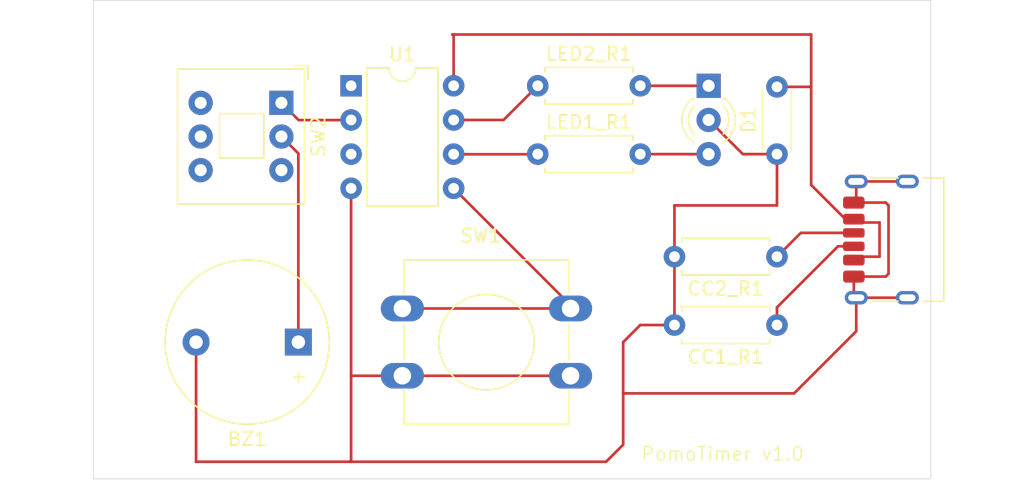
<source format=kicad_pcb>
(kicad_pcb (version 20240108) (generator "pcbnew") (generator_version "8.0")
  (layers (0 "F.Cu" signal) (31 "B.Cu" signal) (34 "B.Paste" user) (35 "F.Paste" user) (36 "B.SilkS" user "B.Silkscreen") (37 "F.SilkS" user "F.Silkscreen") (38 "B.Mask" user) (39 "F.Mask" user) (44 "Edge.Cuts" user))
  (net 0 "")
  (net 1 "Net-(BZ1-+)")
  (net 2 "GND")
  (net 3 "VCC")
  (net 4 "Net-(J1-CC1)")
  (net 5 "Net-(J1-CC2)")
  (net 6 "Net-(D1-A1)")
  (net 7 "Net-(D1-A2)")
  (net 8 "Net-(U1-PB1)")
  (net 9 "Net-(U1-PB2)")
  (net 10 "Net-(SW2-A)")
  (net 11 "Net-(U1-AREF{slash}PB0)")
  (footprint "Package_DIP:DIP-8_W7.62mm" (layer "F.Cu") (at 101.7 68.58)
    (property "Reference" "U1" (at 3.81 -2.33 0) (layer "F.SilkS"))
    (property "Value" "ATtiny85-20P")
    (fp_line (start 1.16 -1.33) (end 1.16 8.95) (stroke (width 0.12)) (layer "F.SilkS"))
    (fp_line (start 1.16 8.95) (end 6.46 8.95) (stroke (width 0.12)) (layer "F.SilkS"))
    (fp_line (start 2.81 -1.33) (end 1.16 -1.33) (stroke (width 0.12)) (layer "F.SilkS"))
    (fp_line (start 6.46 -1.33) (end 4.81 -1.33) (stroke (width 0.12)) (layer "F.SilkS"))
    (fp_line (start 6.46 8.95) (end 6.46 -1.33) (stroke (width 0.12)) (layer "F.SilkS"))
    (fp_arc (start 4.81 -1.33) (mid 3.81 -0.33) (end 2.81 -1.33) (stroke (width 0.12)) (layer "F.SilkS"))
    (pad "1" thru_hole rect (at 0 0) (size 1.6 1.6) (drill 0.8) (layers "*.Cu" "*.Mask"))
    (pad "2" thru_hole oval (at 0 2.54) (size 1.6 1.6) (drill 0.8) (layers "*.Cu" "*.Mask") (net 10 "Net-(SW2-A)"))
    (pad "3" thru_hole oval (at 0 5.08) (size 1.6 1.6) (drill 0.8) (layers "*.Cu" "*.Mask"))
    (pad "4" thru_hole oval (at 0 7.62) (size 1.6 1.6) (drill 0.8) (layers "*.Cu" "*.Mask") (net 2 "GND"))
    (pad "5" thru_hole oval (at 7.62 7.62) (size 1.6 1.6) (drill 0.8) (layers "*.Cu" "*.Mask") (net 11 "Net-(U1-AREF{slash}PB0)"))
    (pad "6" thru_hole oval (at 7.62 5.08) (size 1.6 1.6) (drill 0.8) (layers "*.Cu" "*.Mask") (net 8 "Net-(U1-PB1)"))
    (pad "7" thru_hole oval (at 7.62 2.54) (size 1.6 1.6) (drill 0.8) (layers "*.Cu" "*.Mask") (net 9 "Net-(U1-PB2)"))
    (pad "8" thru_hole oval (at 7.62 0) (size 1.6 1.6) (drill 0.8) (layers "*.Cu" "*.Mask") (net 3 "VCC"))
  )
  (footprint "Button_Switch_THT:SW_Push_2P2T_Toggle_CK_PVA2xxH4xxxxxxV2" (layer "F.Cu") (at 96.52 69.85 -90)
    (property "Reference" "SW2" (at 2.5 -2.75 90) (layer "F.SilkS"))
    (property "Value" "SW_SPST")
    (fp_line (start -2.52 7.72) (end -2.52 -1.72) (stroke (width 0.12)) (layer "F.SilkS"))
    (fp_line (start 7.52 7.72) (end -2.52 7.72) (stroke (width 0.12)) (layer "F.SilkS"))
    (fp_line (start 7.52 7.72) (end 7.52 -1.72) (stroke (width 0.12)) (layer "F.SilkS"))
    (fp_line (start 4.1 4.6) (end 0.8 4.6) (stroke (width 0.12)) (layer "F.SilkS"))
    (fp_line (start 0.8 1.3) (end 0.8 4.6) (stroke (width 0.12)) (layer "F.SilkS"))
    (fp_line (start 4.1 1.3) (end 4.1 4.6) (stroke (width 0.12)) (layer "F.SilkS"))
    (fp_line (start 4.1 1.3) (end 0.8 1.3) (stroke (width 0.12)) (layer "F.SilkS"))
    (fp_line (start -2.77 -0.97) (end -2.77 -1.97) (stroke (width 0.12)) (layer "F.SilkS"))
    (fp_line (start 7.52 -1.72) (end -2.52 -1.72) (stroke (width 0.12)) (layer "F.SilkS"))
    (fp_line (start -1.77 -1.97) (end -2.77 -1.97) (stroke (width 0.12)) (layer "F.SilkS"))
    (pad "1" thru_hole rect (at 0 0 270) (size 1.8 1.8) (drill 0.9) (layers "*.Cu" "*.Mask") (net 10 "Net-(SW2-A)"))
    (pad "2" thru_hole circle (at 2.5 0 270) (size 1.8 1.8) (drill 0.9) (layers "*.Cu" "*.Mask") (net 1 "Net-(BZ1-+)"))
    (pad "3" thru_hole circle (at 5 0 270) (size 1.8 1.8) (drill 0.9) (layers "*.Cu" "*.Mask"))
    (pad "4" thru_hole circle (at 0 6 270) (size 1.8 1.8) (drill 0.9) (layers "*.Cu" "*.Mask"))
    (pad "5" thru_hole circle (at 2.5 6 270) (size 1.8 1.8) (drill 0.9) (layers "*.Cu" "*.Mask"))
    (pad "6" thru_hole circle (at 5 6 270) (size 1.8 1.8) (drill 0.9) (layers "*.Cu" "*.Mask"))
  )
  (footprint "MountingHole:MountingHole_2.2mm_M2" (layer "F.Cu") (at 142.24 95.25)
    (property "Reference" "REF**" (hide yes))
    (property "Value" "MountingHole_2.2mm_M2")
    (pad "" np_thru_hole circle (at 0 0) (size 2.2 2.2) (drill 2.2) (layers "*.Cu" "*.Mask"))
  )
  (footprint "MountingHole:MountingHole_2.2mm_M2" (layer "F.Cu") (at 142.24 64.77)
    (property "Reference" "REF**" (hide yes))
    (property "Value" "MountingHole_2.2mm_M2")
    (pad "" np_thru_hole circle (at 0 0) (size 2.2 2.2) (drill 2.2) (layers "*.Cu" "*.Mask"))
  )
  (footprint "Connector_USB:USB_C_Receptacle_HRO_TYPE-C-31-M-17" (layer "F.Cu") (at 142.24 80.01 90)
    (property "Reference" "J1" (hide yes))
    (property "Value" "USB_C_Receptacle_PowerOnly_6P")
    (fp_line (start 4.58 -1.9) (end 4.58 0.1) (stroke (width 0.12)) (layer "F.SilkS"))
    (fp_line (start -4.58 -1.9) (end -4.58 0.1) (stroke (width 0.12)) (layer "F.SilkS"))
    (fp_line (start 4.58 2) (end 4.58 3.51) (stroke (width 0.12)) (layer "F.SilkS"))
    (fp_line (start -4.58 2) (end -4.58 3.51) (stroke (width 0.12)) (layer "F.SilkS"))
    (fp_line (start -4.58 3.51) (end 4.58 3.51) (stroke (width 0.12)) (layer "F.SilkS"))
    (pad "A5" smd roundrect (at -0.5 -3.18 90) (size 0.7 1.6) (layers "F.Cu" "F.Paste" "F.Mask") (net 4 "Net-(J1-CC1)"))
    (pad "A9" smd roundrect (at 1.52 -3.18 90) (size 0.8 1.6) (layers "F.Cu" "F.Paste" "F.Mask") (net 3 "VCC"))
    (pad "A12" smd roundrect (at 2.75 -3.18 90) (size 0.9 1.6) (layers "F.Cu" "F.Paste" "F.Mask") (net 2 "GND"))
    (pad "B5" smd roundrect (at 0.5 -3.18 90) (size 0.7 1.6) (layers "F.Cu" "F.Paste" "F.Mask") (net 5 "Net-(J1-CC2)"))
    (pad "B9" smd roundrect (at -1.52 -3.18 90) (size 0.8 1.6) (layers "F.Cu" "F.Paste" "F.Mask") (net 3 "VCC"))
    (pad "B12" smd roundrect (at -2.75 -3.18 90) (size 0.9 1.6) (layers "F.Cu" "F.Paste" "F.Mask") (net 2 "GND"))
    (pad "S1" thru_hole oval (at -4.32 -3 90) (size 1 1.7) (drill oval 0.5 1.2) (property pad_prop_heatsink) (layers "*.Cu" "*.Mask") (net 2 "GND"))
    (pad "S1" thru_hole oval (at -4.32 0.8 90) (size 1 1.7) (drill oval 0.5 1.2) (property pad_prop_heatsink) (layers "*.Cu" "*.Mask") (net 2 "GND"))
    (pad "S1" thru_hole oval (at 4.32 -3 90) (size 1 1.7) (drill oval 0.5 1.2) (property pad_prop_heatsink) (layers "*.Cu" "*.Mask") (net 2 "GND"))
    (pad "S1" thru_hole oval (at 4.32 0.8 90) (size 1 1.7) (drill oval 0.5 1.2) (property pad_prop_heatsink) (layers "*.Cu" "*.Mask") (net 2 "GND"))
  )
  (footprint "Resistor_THT:R_Axial_DIN0207_L6.3mm_D2.5mm_P7.62mm_Horizontal" (layer "F.Cu") (at 133.35 81.28 180)
    (property "Reference" "CC2_R1" (at 3.81 -2.37 0) (layer "F.SilkS"))
    (property "Value" "5.1K")
    (fp_line (start 7.08 1.37) (end 7.08 1.04) (stroke (width 0.12)) (layer "F.SilkS"))
    (fp_line (start 7.08 -1.37) (end 7.08 -1.04) (stroke (width 0.12)) (layer "F.SilkS"))
    (fp_line (start 0.54 1.37) (end 7.08 1.37) (stroke (width 0.12)) (layer "F.SilkS"))
    (fp_line (start 0.54 1.04) (end 0.54 1.37) (stroke (width 0.12)) (layer "F.SilkS"))
    (fp_line (start 0.54 -1.04) (end 0.54 -1.37) (stroke (width 0.12)) (layer "F.SilkS"))
    (fp_line (start 0.54 -1.37) (end 7.08 -1.37) (stroke (width 0.12)) (layer "F.SilkS"))
    (pad "1" thru_hole circle (at 0 0 180) (size 1.6 1.6) (drill 0.8) (layers "*.Cu" "*.Mask") (net 5 "Net-(J1-CC2)"))
    (pad "2" thru_hole oval (at 7.62 0 180) (size 1.6 1.6) (drill 0.8) (layers "*.Cu" "*.Mask") (net 2 "GND"))
  )
  (footprint "Button_Switch_THT:SW_PUSH-12mm" (layer "F.Cu") (at 105.51 85.13)
    (property "Reference" "SW1" (at 5.83 -5.41 0) (layer "F.SilkS"))
    (property "Value" "SW_Push_Dual")
    (fp_line (start 0.14 -3.61) (end 0.14 -1.1) (stroke (width 0.12)) (layer "F.SilkS"))
    (fp_line (start 0.14 -3.61) (end 12.36 -3.61) (stroke (width 0.12)) (layer "F.SilkS"))
    (fp_line (start 0.14 1.2) (end 0.14 3.8) (stroke (width 0.12)) (layer "F.SilkS"))
    (fp_line (start 0.14 6.1) (end 0.14 8.61) (stroke (width 0.12)) (layer "F.SilkS"))
    (fp_line (start 12.36 -3.61) (end 12.36 -1.1) (stroke (width 0.12)) (layer "F.SilkS"))
    (fp_line (start 12.36 1.2) (end 12.36 3.8) (stroke (width 0.12)) (layer "F.SilkS"))
    (fp_line (start 12.36 6.1) (end 12.36 8.61) (stroke (width 0.12)) (layer "F.SilkS"))
    (fp_line (start 12.36 8.61) (end 0.14 8.61) (stroke (width 0.12)) (layer "F.SilkS"))
    (fp_circle (center 6.25 2.5) (end 9.8 2.5) (stroke (width 0.12)) (fill none) (layer "F.SilkS"))
    (pad "1" thru_hole oval (at 0 0) (size 3.2 1.9) (drill 1.3) (layers "*.Cu" "*.Mask") (net 11 "Net-(U1-AREF{slash}PB0)"))
    (pad "1" thru_hole oval (at 12.5 0) (size 3.2 1.9) (drill 1.3) (layers "*.Cu" "*.Mask") (net 11 "Net-(U1-AREF{slash}PB0)"))
    (pad "2" thru_hole oval (at 0 5) (size 3.2 1.9) (drill 1.3) (layers "*.Cu" "*.Mask") (net 2 "GND"))
    (pad "2" thru_hole oval (at 12.5 5) (size 3.2 1.9) (drill 1.3) (layers "*.Cu" "*.Mask") (net 2 "GND"))
  )
  (footprint "Resistor_THT:R_Axial_DIN0207_L6.3mm_D2.5mm_P7.62mm_Horizontal" (layer "F.Cu") (at 115.57 73.66)
    (property "Reference" "LED1_R1" (at 3.81 -2.37 0) (layer "F.SilkS"))
    (property "Value" "220R")
    (fp_line (start 0.54 -1.37) (end 7.08 -1.37) (stroke (width 0.12)) (layer "F.SilkS"))
    (fp_line (start 0.54 -1.04) (end 0.54 -1.37) (stroke (width 0.12)) (layer "F.SilkS"))
    (fp_line (start 0.54 1.04) (end 0.54 1.37) (stroke (width 0.12)) (layer "F.SilkS"))
    (fp_line (start 0.54 1.37) (end 7.08 1.37) (stroke (width 0.12)) (layer "F.SilkS"))
    (fp_line (start 7.08 -1.37) (end 7.08 -1.04) (stroke (width 0.12)) (layer "F.SilkS"))
    (fp_line (start 7.08 1.37) (end 7.08 1.04) (stroke (width 0.12)) (layer "F.SilkS"))
    (pad "1" thru_hole circle (at 0 0) (size 1.6 1.6) (drill 0.8) (layers "*.Cu" "*.Mask") (net 8 "Net-(U1-PB1)"))
    (pad "2" thru_hole oval (at 7.62 0) (size 1.6 1.6) (drill 0.8) (layers "*.Cu" "*.Mask") (net 7 "Net-(D1-A2)"))
  )
  (footprint "LED_THT:LED_D3.0mm-3" (layer "F.Cu") (at 128.27 68.58 -90)
    (property "Reference" "D1" (at 2.54 -2.96 90) (layer "F.SilkS"))
    (property "Value" "LED")
    (fp_line (start 0.98 1.08) (end 0.98 1.236) (stroke (width 0.12)) (layer "F.SilkS"))
    (fp_line (start 0.98 -1.236) (end 0.98 -1.08) (stroke (width 0.12)) (layer "F.SilkS"))
    (fp_arc (start 4.211397 1.080061) (mid 2.635624 1.987701) (end 0.98 1.235516) (stroke (width 0.12)) (layer "F.SilkS"))
    (fp_arc (start 3.58091 1.080049) (mid 2.539965 1.5) (end 1.499039 1.08) (stroke (width 0.12)) (layer "F.SilkS"))
    (fp_arc (start 1.499039 -1.08) (mid 2.539965 -1.5) (end 3.58091 -1.080049) (stroke (width 0.12)) (layer "F.SilkS"))
    (fp_arc (start 0.98 -1.235516) (mid 2.635624 -1.987701) (end 4.211397 -1.080061) (stroke (width 0.12)) (layer "F.SilkS"))
    (pad "1" thru_hole rect (at 0 0 270) (size 1.8 1.8) (drill 0.9) (layers "*.Cu" "*.Mask") (net 6 "Net-(D1-A1)"))
    (pad "2" thru_hole circle (at 2.54 0 270) (size 1.8 1.8) (drill 0.9) (layers "*.Cu" "*.Mask") (net 2 "GND"))
    (pad "3" thru_hole circle (at 5.08 0 270) (size 1.8 1.8) (drill 0.9) (layers "*.Cu" "*.Mask") (net 7 "Net-(D1-A2)"))
  )
  (footprint "Capacitor_THT:C_Disc_D4.3mm_W1.9mm_P5.00mm" (layer "F.Cu") (at 133.35 68.66 -90)
    (property "Reference" "C1" (hide yes))
    (property "Value" "C_Polarized_US")
    (fp_line (start 0.23 1.07) (end 4.77 1.07) (stroke (width 0.12)) (layer "F.SilkS"))
    (fp_line (start 0.23 1.055) (end 0.23 1.07) (stroke (width 0.12)) (layer "F.SilkS"))
    (fp_line (start 4.77 1.055) (end 4.77 1.07) (stroke (width 0.12)) (layer "F.SilkS"))
    (fp_line (start 0.23 -1.07) (end 0.23 -1.055) (stroke (width 0.12)) (layer "F.SilkS"))
    (fp_line (start 0.23 -1.07) (end 4.77 -1.07) (stroke (width 0.12)) (layer "F.SilkS"))
    (fp_line (start 4.77 -1.07) (end 4.77 -1.055) (stroke (width 0.12)) (layer "F.SilkS"))
    (pad "1" thru_hole circle (at 0 0 270) (size 1.6 1.6) (drill 0.8) (layers "*.Cu" "*.Mask") (net 3 "VCC"))
    (pad "2" thru_hole circle (at 5 0 270) (size 1.6 1.6) (drill 0.8) (layers "*.Cu" "*.Mask") (net 2 "GND"))
  )
  (footprint "Resistor_THT:R_Axial_DIN0207_L6.3mm_D2.5mm_P7.62mm_Horizontal" (layer "F.Cu") (at 115.57 68.58)
    (property "Reference" "LED2_R1" (at 3.81 -2.37 0) (layer "F.SilkS"))
    (property "Value" "220R")
    (fp_line (start 0.54 -1.37) (end 7.08 -1.37) (stroke (width 0.12)) (layer "F.SilkS"))
    (fp_line (start 0.54 -1.04) (end 0.54 -1.37) (stroke (width 0.12)) (layer "F.SilkS"))
    (fp_line (start 0.54 1.04) (end 0.54 1.37) (stroke (width 0.12)) (layer "F.SilkS"))
    (fp_line (start 0.54 1.37) (end 7.08 1.37) (stroke (width 0.12)) (layer "F.SilkS"))
    (fp_line (start 7.08 -1.37) (end 7.08 -1.04) (stroke (width 0.12)) (layer "F.SilkS"))
    (fp_line (start 7.08 1.37) (end 7.08 1.04) (stroke (width 0.12)) (layer "F.SilkS"))
    (pad "1" thru_hole circle (at 0 0) (size 1.6 1.6) (drill 0.8) (layers "*.Cu" "*.Mask") (net 9 "Net-(U1-PB2)"))
    (pad "2" thru_hole oval (at 7.62 0) (size 1.6 1.6) (drill 0.8) (layers "*.Cu" "*.Mask") (net 6 "Net-(D1-A1)"))
  )
  (footprint "Resistor_THT:R_Axial_DIN0207_L6.3mm_D2.5mm_P7.62mm_Horizontal" (layer "F.Cu") (at 133.35 86.36 180)
    (property "Reference" "CC1_R1" (at 3.81 -2.37 0) (layer "F.SilkS"))
    (property "Value" "5.1K")
    (fp_line (start 7.08 1.37) (end 7.08 1.04) (stroke (width 0.12)) (layer "F.SilkS"))
    (fp_line (start 7.08 -1.37) (end 7.08 -1.04) (stroke (width 0.12)) (layer "F.SilkS"))
    (fp_line (start 0.54 1.37) (end 7.08 1.37) (stroke (width 0.12)) (layer "F.SilkS"))
    (fp_line (start 0.54 1.04) (end 0.54 1.37) (stroke (width 0.12)) (layer "F.SilkS"))
    (fp_line (start 0.54 -1.04) (end 0.54 -1.37) (stroke (width 0.12)) (layer "F.SilkS"))
    (fp_line (start 0.54 -1.37) (end 7.08 -1.37) (stroke (width 0.12)) (layer "F.SilkS"))
    (pad "1" thru_hole circle (at 0 0 180) (size 1.6 1.6) (drill 0.8) (layers "*.Cu" "*.Mask") (net 4 "Net-(J1-CC1)"))
    (pad "2" thru_hole oval (at 7.62 0 180) (size 1.6 1.6) (drill 0.8) (layers "*.Cu" "*.Mask") (net 2 "GND"))
  )
  (footprint "MountingHole:MountingHole_2.2mm_M2" (layer "F.Cu") (at 85.09 64.77)
    (property "Reference" "REF**" (hide yes))
    (property "Value" "MountingHole_2.2mm_M2")
    (pad "" np_thru_hole circle (at 0 0) (size 2.2 2.2) (drill 2.2) (layers "*.Cu" "*.Mask"))
  )
  (footprint "MountingHole:MountingHole_2.2mm_M2" (layer "F.Cu") (at 85.09 95.25)
    (property "Reference" "REF**" (hide yes))
    (property "Value" "MountingHole_2.2mm_M2")
    (pad "" np_thru_hole circle (at 0 0) (size 2.2 2.2) (drill 2.2) (layers "*.Cu" "*.Mask"))
  )
  (footprint "Buzzer_Beeper:Buzzer_12x9.5RM7.6" (layer "F.Cu") (at 97.78 87.63 180)
    (property "Reference" "BZ1" (at 3.8 -7.2 0) (layer "F.SilkS"))
    (property "Value" "Buzzer")
    (fp_circle (center 3.8 0) (end 9.9 0) (stroke (width 0.12)) (fill none) (layer "F.SilkS"))
    (fp_text user "+" (at -0.01 -2.54 0) (layer "F.SilkS"))
    (pad "1" thru_hole rect (at 0 0 180) (size 2 2) (drill 1) (layers "*.Cu" "*.Mask") (net 1 "Net-(BZ1-+)"))
    (pad "2" thru_hole circle (at 7.6 0 180) (size 2 2) (drill 1) (layers "*.Cu" "*.Mask") (net 2 "GND"))
  )
  (gr_line (start 144.78 62.23) (end 82.55 62.23) (stroke (width 0.05)) (layer "Edge.Cuts"))
  (gr_line (start 144.78 97.79) (end 144.78 62.23) (stroke (width 0.05)) (layer "Edge.Cuts"))
  (gr_line (start 82.55 62.23) (end 82.55 97.79) (stroke (width 0.05)) (layer "Edge.Cuts"))
  (gr_line (start 82.55 97.79) (end 144.78 97.79) (stroke (width 0.05)) (layer "Edge.Cuts"))
  (gr_text "PomoTimer v1.0" (at 123.19 96.52 0) (layer "F.SilkS") (effects (font (size 1 1) (thickness 0.1)) (justify left bottom)))
  (segment (start 97.78 73.61) (end 97.78 87.63) (width 0.2) (layer "F.Cu") (net 1))
  (segment (start 96.52 72.35) (end 97.78 73.61) (width 0.2) (layer "F.Cu") (net 1))
  (segment (start 139.24 75.69) (end 139.24 77.08) (width 0.2) (layer "F.Cu") (net 2))
  (segment (start 90.18 87.63) (end 90.18 96.51) (width 0.2) (layer "F.Cu") (net 2))
  (segment (start 139.24 77.08) (end 139.06 77.26) (width 0.2) (layer "F.Cu") (net 2))
  (segment (start 134.62 91.44) (end 121.92 91.44) (width 0.2) (layer "F.Cu") (net 2))
  (segment (start 133.35 77.47) (end 125.73 77.47) (width 0.2) (layer "F.Cu") (net 2))
  (segment (start 139.06 84.15) (end 139.24 84.33) (width 0.2) (layer "F.Cu") (net 2))
  (segment (start 90.18 96.51) (end 90.17 96.52) (width 0.2) (layer "F.Cu") (net 2))
  (segment (start 121.92 91.44) (end 121.92 87.63) (width 0.2) (layer "F.Cu") (net 2))
  (segment (start 101.7 76.2) (end 101.7 90.17) (width 0.2) (layer "F.Cu") (net 2))
  (segment (start 120.65 96.52) (end 121.92 95.25) (width 0.2) (layer "F.Cu") (net 2))
  (segment (start 133.35 73.66) (end 130.81 73.66) (width 0.2) (layer "F.Cu") (net 2))
  (segment (start 141.43 77.26) (end 141.64 77.47) (width 0.2) (layer "F.Cu") (net 2))
  (segment (start 121.92 87.63) (end 123.19 86.36) (width 0.2) (layer "F.Cu") (net 2))
  (segment (start 101.6 96.52) (end 101.7 96.42) (width 0.2) (layer "F.Cu") (net 2))
  (segment (start 101.74 90.13) (end 101.7 90.17) (width 0.2) (layer "F.Cu") (net 2))
  (segment (start 133.35 73.66) (end 133.35 77.47) (width 0.2) (layer "F.Cu") (net 2))
  (segment (start 141.64 77.47) (end 141.64 82.55) (width 0.2) (layer "F.Cu") (net 2))
  (segment (start 139.24 84.33) (end 139.24 86.82) (width 0.2) (layer "F.Cu") (net 2))
  (segment (start 139.06 82.76) (end 139.06 84.15) (width 0.2) (layer "F.Cu") (net 2))
  (segment (start 121.92 95.25) (end 121.92 91.44) (width 0.2) (layer "F.Cu") (net 2))
  (segment (start 101.6 96.52) (end 120.65 96.52) (width 0.2) (layer "F.Cu") (net 2))
  (segment (start 139.24 75.69) (end 143.04 75.69) (width 0.2) (layer "F.Cu") (net 2))
  (segment (start 118.01 90.13) (end 105.51 90.13) (width 0.2) (layer "F.Cu") (net 2))
  (segment (start 101.7 90.17) (end 101.7 96.42) (width 0.2) (layer "F.Cu") (net 2))
  (segment (start 141.43 82.76) (end 139.06 82.76) (width 0.2) (layer "F.Cu") (net 2))
  (segment (start 123.19 86.36) (end 125.73 86.36) (width 0.2) (layer "F.Cu") (net 2))
  (segment (start 130.81 73.66) (end 128.27 71.12) (width 0.2) (layer "F.Cu") (net 2))
  (segment (start 139.24 86.82) (end 134.62 91.44) (width 0.2) (layer "F.Cu") (net 2))
  (segment (start 125.73 77.47) (end 125.73 81.28) (width 0.2) (layer "F.Cu") (net 2))
  (segment (start 90.17 96.52) (end 101.6 96.52) (width 0.2) (layer "F.Cu") (net 2))
  (segment (start 141.64 82.55) (end 141.43 82.76) (width 0.2) (layer "F.Cu") (net 2))
  (segment (start 139.06 77.26) (end 141.43 77.26) (width 0.2) (layer "F.Cu") (net 2))
  (segment (start 105.51 90.13) (end 101.74 90.13) (width 0.2) (layer "F.Cu") (net 2))
  (segment (start 139.24 84.33) (end 143.04 84.33) (width 0.2) (layer "F.Cu") (net 2))
  (segment (start 125.73 81.28) (end 125.73 86.36) (width 0.2) (layer "F.Cu") (net 2))
  (segment (start 140.97 78.74) (end 140.97 81.28) (width 0.2) (layer "F.Cu") (net 3))
  (segment (start 135.89 75.95) (end 135.89 68.58) (width 0.2) (layer "F.Cu") (net 3))
  (segment (start 139.516602 78.49) (end 139.766602 78.74) (width 0.2) (layer "F.Cu") (net 3))
  (segment (start 139.06 78.49) (end 138.43 78.49) (width 0.2) (layer "F.Cu") (net 3))
  (segment (start 109.32 64.87) (end 109.32 68.59) (width 0.2) (layer "F.Cu") (net 3))
  (segment (start 139.06 78.49) (end 139.516602 78.49) (width 0.2) (layer "F.Cu") (net 3))
  (segment (start 135.89 64.77) (end 109.22 64.77) (width 0.2) (layer "F.Cu") (net 3))
  (segment (start 139.766602 78.74) (end 140.97 78.74) (width 0.2) (layer "F.Cu") (net 3))
  (segment (start 135.81 68.66) (end 135.89 68.58) (width 0.2) (layer "F.Cu") (net 3))
  (segment (start 133.35 68.66) (end 135.81 68.66) (width 0.2) (layer "F.Cu") (net 3))
  (segment (start 139.31 81.28) (end 139.06 81.53) (width 0.2) (layer "F.Cu") (net 3))
  (segment (start 135.89 68.58) (end 135.89 64.77) (width 0.2) (layer "F.Cu") (net 3))
  (segment (start 109.22 64.77) (end 109.32 64.87) (width 0.2) (layer "F.Cu") (net 3))
  (segment (start 135.89 75.95) (end 138.43 78.49) (width 0.2) (layer "F.Cu") (net 3))
  (segment (start 140.97 81.28) (end 139.31 81.28) (width 0.2) (layer "F.Cu") (net 3))
  (segment (start 139.06 80.51) (end 137.883398 80.51) (width 0.2) (layer "F.Cu") (net 4))
  (segment (start 137.883398 80.51) (end 133.35 85.043398) (width 0.2) (layer "F.Cu") (net 4))
  (segment (start 133.35 85.043398) (end 133.35 86.36) (width 0.2) (layer "F.Cu") (net 4))
  (segment (start 135.12 79.51) (end 133.35 81.28) (width 0.2) (layer "F.Cu") (net 5))
  (segment (start 139.06 79.51) (end 135.12 79.51) (width 0.2) (layer "F.Cu") (net 5))
  (segment (start 123.19 68.58) (end 128.27 68.58) (width 0.2) (layer "F.Cu") (net 6))
  (segment (start 123.19 73.66) (end 128.27 73.66) (width 0.2) (layer "F.Cu") (net 7))
  (segment (start 109.32 73.67) (end 115.56 73.67) (width 0.2) (layer "F.Cu") (net 8))
  (segment (start 115.56 73.67) (end 115.57 73.66) (width 0.2) (layer "F.Cu") (net 8))
  (segment (start 113.03 71.12) (end 115.57 68.58) (width 0.2) (layer "F.Cu") (net 9))
  (segment (start 109.32 71.12) (end 113.03 71.12) (width 0.2) (layer "F.Cu") (net 9))
  (segment (start 97.8 71.13) (end 96.52 69.85) (width 0.2) (layer "F.Cu") (net 10))
  (segment (start 101.7 71.13) (end 97.8 71.13) (width 0.2) (layer "F.Cu") (net 10))
  (segment (start 118.01 84.89) (end 118.01 85.13) (width 0.2) (layer "F.Cu") (net 11))
  (segment (start 109.32 76.2) (end 118.01 84.89) (width 0.2) (layer "F.Cu") (net 11))
  (segment (start 118.01 85.13) (end 105.51 85.13) (width 0.2) (layer "F.Cu") (net 11))
)
</source>
